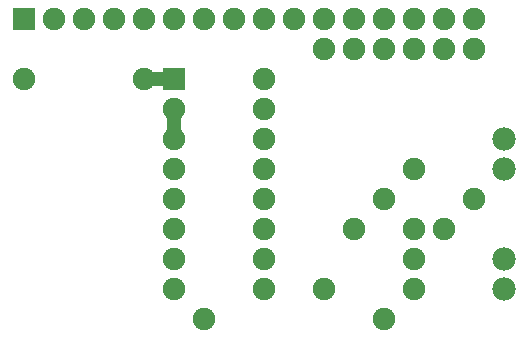
<source format=gtl>
G04 MADE WITH FRITZING*
G04 WWW.FRITZING.ORG*
G04 DOUBLE SIDED*
G04 HOLES PLATED*
G04 CONTOUR ON CENTER OF CONTOUR VECTOR*
%ASAXBY*%
%FSLAX23Y23*%
%MOIN*%
%OFA0B0*%
%SFA1.0B1.0*%
%ADD10C,0.075000*%
%ADD11C,0.078000*%
%ADD12R,0.075000X0.075000*%
%ADD13C,0.048000*%
%LNCOPPER1*%
G90*
G70*
G54D10*
X126Y899D03*
X526Y899D03*
X1126Y999D03*
X1126Y199D03*
X1226Y399D03*
X1226Y999D03*
X1326Y499D03*
X1326Y999D03*
X1426Y599D03*
X1426Y999D03*
X1626Y499D03*
X1626Y999D03*
X726Y99D03*
X1326Y99D03*
X1526Y999D03*
X1526Y399D03*
X1426Y199D03*
X1426Y299D03*
X1426Y399D03*
G54D11*
X1726Y299D03*
X1726Y199D03*
X1726Y699D03*
X1726Y599D03*
G54D10*
X126Y1099D03*
X226Y1099D03*
X326Y1099D03*
X426Y1099D03*
X526Y1099D03*
X626Y1099D03*
X726Y1099D03*
X826Y1099D03*
X926Y1099D03*
X1026Y1099D03*
X1126Y1099D03*
X1226Y1099D03*
X1326Y1099D03*
X1426Y1099D03*
X1526Y1099D03*
X1626Y1099D03*
X626Y899D03*
X926Y899D03*
X626Y799D03*
X926Y799D03*
X626Y699D03*
X926Y699D03*
X626Y599D03*
X926Y599D03*
X626Y499D03*
X926Y499D03*
X626Y399D03*
X926Y399D03*
X626Y299D03*
X926Y299D03*
X626Y199D03*
X926Y199D03*
G54D12*
X126Y1099D03*
X626Y899D03*
G54D13*
X626Y728D02*
X626Y770D01*
D02*
X555Y899D02*
X598Y899D01*
G04 End of Copper1*
M02*
</source>
